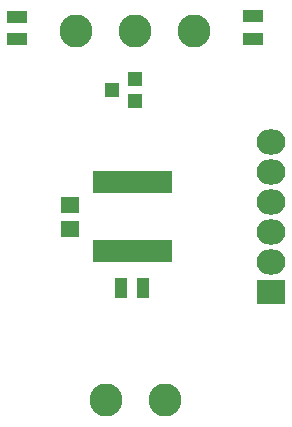
<source format=gbr>
G04 #@! TF.FileFunction,Soldermask,Bot*
%FSLAX46Y46*%
G04 Gerber Fmt 4.6, Leading zero omitted, Abs format (unit mm)*
G04 Created by KiCad (PCBNEW 4.0.2-stable) date Fri May 27 18:17:46 2016*
%MOMM*%
G01*
G04 APERTURE LIST*
%ADD10C,0.100000*%
%ADD11R,2.432000X2.127200*%
%ADD12O,2.432000X2.127200*%
%ADD13R,1.650000X1.400000*%
%ADD14R,1.200100X1.200100*%
%ADD15R,1.700000X1.100000*%
%ADD16R,1.100000X1.700000*%
%ADD17C,2.800000*%
%ADD18R,0.850000X1.850000*%
G04 APERTURE END LIST*
D10*
D11*
X76500000Y-45370000D03*
D12*
X76500000Y-42830000D03*
X76500000Y-40290000D03*
X76500000Y-37750000D03*
X76500000Y-35210000D03*
X76500000Y-32670000D03*
D13*
X59500000Y-38000000D03*
X59500000Y-40000000D03*
D14*
X65000760Y-27300000D03*
X65000760Y-29200000D03*
X63001780Y-28250000D03*
D15*
X75000000Y-22000000D03*
X75000000Y-23900000D03*
X55000000Y-22050000D03*
X55000000Y-23950000D03*
D16*
X63800000Y-45000000D03*
X65700000Y-45000000D03*
D17*
X60000000Y-23250000D03*
X70000000Y-23250000D03*
X65000000Y-23250000D03*
X62500000Y-54500000D03*
X67500000Y-54500000D03*
D18*
X61850000Y-36000000D03*
X62500000Y-36000000D03*
X63150000Y-36000000D03*
X63800000Y-36000000D03*
X64450000Y-36000000D03*
X65100000Y-36000000D03*
X65750000Y-36000000D03*
X66400000Y-36000000D03*
X67050000Y-36000000D03*
X67700000Y-36000000D03*
X67700000Y-41900000D03*
X67050000Y-41900000D03*
X66400000Y-41900000D03*
X65750000Y-41900000D03*
X65100000Y-41900000D03*
X64450000Y-41900000D03*
X63800000Y-41900000D03*
X63150000Y-41900000D03*
X62500000Y-41900000D03*
X61850000Y-41900000D03*
M02*

</source>
